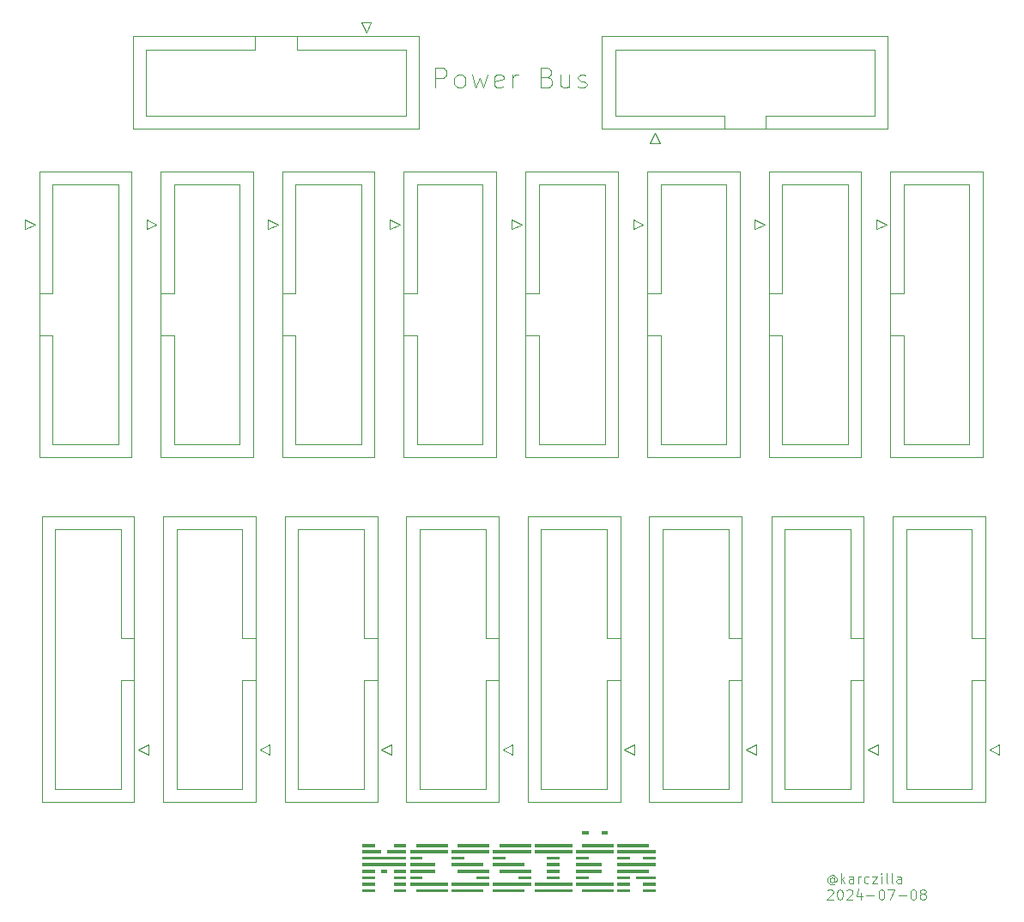
<source format=gbr>
%TF.GenerationSoftware,KiCad,Pcbnew,8.0.3*%
%TF.CreationDate,2024-07-08T20:03:56-04:00*%
%TF.ProjectId,eurorack-power-bus,6575726f-7261-4636-9b2d-706f7765722d,rev?*%
%TF.SameCoordinates,Original*%
%TF.FileFunction,Legend,Top*%
%TF.FilePolarity,Positive*%
%FSLAX46Y46*%
G04 Gerber Fmt 4.6, Leading zero omitted, Abs format (unit mm)*
G04 Created by KiCad (PCBNEW 8.0.3) date 2024-07-08 20:03:56*
%MOMM*%
%LPD*%
G01*
G04 APERTURE LIST*
%ADD10C,0.100000*%
%ADD11C,0.120000*%
G04 APERTURE END LIST*
D10*
X170922931Y-148286284D02*
X170875312Y-148238665D01*
X170875312Y-148238665D02*
X170780074Y-148191046D01*
X170780074Y-148191046D02*
X170684836Y-148191046D01*
X170684836Y-148191046D02*
X170589598Y-148238665D01*
X170589598Y-148238665D02*
X170541979Y-148286284D01*
X170541979Y-148286284D02*
X170494360Y-148381522D01*
X170494360Y-148381522D02*
X170494360Y-148476760D01*
X170494360Y-148476760D02*
X170541979Y-148571998D01*
X170541979Y-148571998D02*
X170589598Y-148619617D01*
X170589598Y-148619617D02*
X170684836Y-148667236D01*
X170684836Y-148667236D02*
X170780074Y-148667236D01*
X170780074Y-148667236D02*
X170875312Y-148619617D01*
X170875312Y-148619617D02*
X170922931Y-148571998D01*
X170922931Y-148191046D02*
X170922931Y-148571998D01*
X170922931Y-148571998D02*
X170970550Y-148619617D01*
X170970550Y-148619617D02*
X171018169Y-148619617D01*
X171018169Y-148619617D02*
X171113408Y-148571998D01*
X171113408Y-148571998D02*
X171161027Y-148476760D01*
X171161027Y-148476760D02*
X171161027Y-148238665D01*
X171161027Y-148238665D02*
X171065789Y-148095808D01*
X171065789Y-148095808D02*
X170922931Y-148000570D01*
X170922931Y-148000570D02*
X170732455Y-147952951D01*
X170732455Y-147952951D02*
X170541979Y-148000570D01*
X170541979Y-148000570D02*
X170399122Y-148095808D01*
X170399122Y-148095808D02*
X170303884Y-148238665D01*
X170303884Y-148238665D02*
X170256265Y-148429141D01*
X170256265Y-148429141D02*
X170303884Y-148619617D01*
X170303884Y-148619617D02*
X170399122Y-148762475D01*
X170399122Y-148762475D02*
X170541979Y-148857713D01*
X170541979Y-148857713D02*
X170732455Y-148905332D01*
X170732455Y-148905332D02*
X170922931Y-148857713D01*
X170922931Y-148857713D02*
X171065789Y-148762475D01*
X171589598Y-148762475D02*
X171589598Y-147762475D01*
X171684836Y-148381522D02*
X171970550Y-148762475D01*
X171970550Y-148095808D02*
X171589598Y-148476760D01*
X172827693Y-148762475D02*
X172827693Y-148238665D01*
X172827693Y-148238665D02*
X172780074Y-148143427D01*
X172780074Y-148143427D02*
X172684836Y-148095808D01*
X172684836Y-148095808D02*
X172494360Y-148095808D01*
X172494360Y-148095808D02*
X172399122Y-148143427D01*
X172827693Y-148714856D02*
X172732455Y-148762475D01*
X172732455Y-148762475D02*
X172494360Y-148762475D01*
X172494360Y-148762475D02*
X172399122Y-148714856D01*
X172399122Y-148714856D02*
X172351503Y-148619617D01*
X172351503Y-148619617D02*
X172351503Y-148524379D01*
X172351503Y-148524379D02*
X172399122Y-148429141D01*
X172399122Y-148429141D02*
X172494360Y-148381522D01*
X172494360Y-148381522D02*
X172732455Y-148381522D01*
X172732455Y-148381522D02*
X172827693Y-148333903D01*
X173303884Y-148762475D02*
X173303884Y-148095808D01*
X173303884Y-148286284D02*
X173351503Y-148191046D01*
X173351503Y-148191046D02*
X173399122Y-148143427D01*
X173399122Y-148143427D02*
X173494360Y-148095808D01*
X173494360Y-148095808D02*
X173589598Y-148095808D01*
X174351503Y-148714856D02*
X174256265Y-148762475D01*
X174256265Y-148762475D02*
X174065789Y-148762475D01*
X174065789Y-148762475D02*
X173970551Y-148714856D01*
X173970551Y-148714856D02*
X173922932Y-148667236D01*
X173922932Y-148667236D02*
X173875313Y-148571998D01*
X173875313Y-148571998D02*
X173875313Y-148286284D01*
X173875313Y-148286284D02*
X173922932Y-148191046D01*
X173922932Y-148191046D02*
X173970551Y-148143427D01*
X173970551Y-148143427D02*
X174065789Y-148095808D01*
X174065789Y-148095808D02*
X174256265Y-148095808D01*
X174256265Y-148095808D02*
X174351503Y-148143427D01*
X174684837Y-148095808D02*
X175208646Y-148095808D01*
X175208646Y-148095808D02*
X174684837Y-148762475D01*
X174684837Y-148762475D02*
X175208646Y-148762475D01*
X175589599Y-148762475D02*
X175589599Y-148095808D01*
X175589599Y-147762475D02*
X175541980Y-147810094D01*
X175541980Y-147810094D02*
X175589599Y-147857713D01*
X175589599Y-147857713D02*
X175637218Y-147810094D01*
X175637218Y-147810094D02*
X175589599Y-147762475D01*
X175589599Y-147762475D02*
X175589599Y-147857713D01*
X176208646Y-148762475D02*
X176113408Y-148714856D01*
X176113408Y-148714856D02*
X176065789Y-148619617D01*
X176065789Y-148619617D02*
X176065789Y-147762475D01*
X176732456Y-148762475D02*
X176637218Y-148714856D01*
X176637218Y-148714856D02*
X176589599Y-148619617D01*
X176589599Y-148619617D02*
X176589599Y-147762475D01*
X177541980Y-148762475D02*
X177541980Y-148238665D01*
X177541980Y-148238665D02*
X177494361Y-148143427D01*
X177494361Y-148143427D02*
X177399123Y-148095808D01*
X177399123Y-148095808D02*
X177208647Y-148095808D01*
X177208647Y-148095808D02*
X177113409Y-148143427D01*
X177541980Y-148714856D02*
X177446742Y-148762475D01*
X177446742Y-148762475D02*
X177208647Y-148762475D01*
X177208647Y-148762475D02*
X177113409Y-148714856D01*
X177113409Y-148714856D02*
X177065790Y-148619617D01*
X177065790Y-148619617D02*
X177065790Y-148524379D01*
X177065790Y-148524379D02*
X177113409Y-148429141D01*
X177113409Y-148429141D02*
X177208647Y-148381522D01*
X177208647Y-148381522D02*
X177446742Y-148381522D01*
X177446742Y-148381522D02*
X177541980Y-148333903D01*
X170256265Y-149467657D02*
X170303884Y-149420038D01*
X170303884Y-149420038D02*
X170399122Y-149372419D01*
X170399122Y-149372419D02*
X170637217Y-149372419D01*
X170637217Y-149372419D02*
X170732455Y-149420038D01*
X170732455Y-149420038D02*
X170780074Y-149467657D01*
X170780074Y-149467657D02*
X170827693Y-149562895D01*
X170827693Y-149562895D02*
X170827693Y-149658133D01*
X170827693Y-149658133D02*
X170780074Y-149800990D01*
X170780074Y-149800990D02*
X170208646Y-150372419D01*
X170208646Y-150372419D02*
X170827693Y-150372419D01*
X171446741Y-149372419D02*
X171541979Y-149372419D01*
X171541979Y-149372419D02*
X171637217Y-149420038D01*
X171637217Y-149420038D02*
X171684836Y-149467657D01*
X171684836Y-149467657D02*
X171732455Y-149562895D01*
X171732455Y-149562895D02*
X171780074Y-149753371D01*
X171780074Y-149753371D02*
X171780074Y-149991466D01*
X171780074Y-149991466D02*
X171732455Y-150181942D01*
X171732455Y-150181942D02*
X171684836Y-150277180D01*
X171684836Y-150277180D02*
X171637217Y-150324800D01*
X171637217Y-150324800D02*
X171541979Y-150372419D01*
X171541979Y-150372419D02*
X171446741Y-150372419D01*
X171446741Y-150372419D02*
X171351503Y-150324800D01*
X171351503Y-150324800D02*
X171303884Y-150277180D01*
X171303884Y-150277180D02*
X171256265Y-150181942D01*
X171256265Y-150181942D02*
X171208646Y-149991466D01*
X171208646Y-149991466D02*
X171208646Y-149753371D01*
X171208646Y-149753371D02*
X171256265Y-149562895D01*
X171256265Y-149562895D02*
X171303884Y-149467657D01*
X171303884Y-149467657D02*
X171351503Y-149420038D01*
X171351503Y-149420038D02*
X171446741Y-149372419D01*
X172161027Y-149467657D02*
X172208646Y-149420038D01*
X172208646Y-149420038D02*
X172303884Y-149372419D01*
X172303884Y-149372419D02*
X172541979Y-149372419D01*
X172541979Y-149372419D02*
X172637217Y-149420038D01*
X172637217Y-149420038D02*
X172684836Y-149467657D01*
X172684836Y-149467657D02*
X172732455Y-149562895D01*
X172732455Y-149562895D02*
X172732455Y-149658133D01*
X172732455Y-149658133D02*
X172684836Y-149800990D01*
X172684836Y-149800990D02*
X172113408Y-150372419D01*
X172113408Y-150372419D02*
X172732455Y-150372419D01*
X173589598Y-149705752D02*
X173589598Y-150372419D01*
X173351503Y-149324800D02*
X173113408Y-150039085D01*
X173113408Y-150039085D02*
X173732455Y-150039085D01*
X174113408Y-149991466D02*
X174875313Y-149991466D01*
X175541979Y-149372419D02*
X175637217Y-149372419D01*
X175637217Y-149372419D02*
X175732455Y-149420038D01*
X175732455Y-149420038D02*
X175780074Y-149467657D01*
X175780074Y-149467657D02*
X175827693Y-149562895D01*
X175827693Y-149562895D02*
X175875312Y-149753371D01*
X175875312Y-149753371D02*
X175875312Y-149991466D01*
X175875312Y-149991466D02*
X175827693Y-150181942D01*
X175827693Y-150181942D02*
X175780074Y-150277180D01*
X175780074Y-150277180D02*
X175732455Y-150324800D01*
X175732455Y-150324800D02*
X175637217Y-150372419D01*
X175637217Y-150372419D02*
X175541979Y-150372419D01*
X175541979Y-150372419D02*
X175446741Y-150324800D01*
X175446741Y-150324800D02*
X175399122Y-150277180D01*
X175399122Y-150277180D02*
X175351503Y-150181942D01*
X175351503Y-150181942D02*
X175303884Y-149991466D01*
X175303884Y-149991466D02*
X175303884Y-149753371D01*
X175303884Y-149753371D02*
X175351503Y-149562895D01*
X175351503Y-149562895D02*
X175399122Y-149467657D01*
X175399122Y-149467657D02*
X175446741Y-149420038D01*
X175446741Y-149420038D02*
X175541979Y-149372419D01*
X176208646Y-149372419D02*
X176875312Y-149372419D01*
X176875312Y-149372419D02*
X176446741Y-150372419D01*
X177256265Y-149991466D02*
X178018170Y-149991466D01*
X178684836Y-149372419D02*
X178780074Y-149372419D01*
X178780074Y-149372419D02*
X178875312Y-149420038D01*
X178875312Y-149420038D02*
X178922931Y-149467657D01*
X178922931Y-149467657D02*
X178970550Y-149562895D01*
X178970550Y-149562895D02*
X179018169Y-149753371D01*
X179018169Y-149753371D02*
X179018169Y-149991466D01*
X179018169Y-149991466D02*
X178970550Y-150181942D01*
X178970550Y-150181942D02*
X178922931Y-150277180D01*
X178922931Y-150277180D02*
X178875312Y-150324800D01*
X178875312Y-150324800D02*
X178780074Y-150372419D01*
X178780074Y-150372419D02*
X178684836Y-150372419D01*
X178684836Y-150372419D02*
X178589598Y-150324800D01*
X178589598Y-150324800D02*
X178541979Y-150277180D01*
X178541979Y-150277180D02*
X178494360Y-150181942D01*
X178494360Y-150181942D02*
X178446741Y-149991466D01*
X178446741Y-149991466D02*
X178446741Y-149753371D01*
X178446741Y-149753371D02*
X178494360Y-149562895D01*
X178494360Y-149562895D02*
X178541979Y-149467657D01*
X178541979Y-149467657D02*
X178589598Y-149420038D01*
X178589598Y-149420038D02*
X178684836Y-149372419D01*
X179589598Y-149800990D02*
X179494360Y-149753371D01*
X179494360Y-149753371D02*
X179446741Y-149705752D01*
X179446741Y-149705752D02*
X179399122Y-149610514D01*
X179399122Y-149610514D02*
X179399122Y-149562895D01*
X179399122Y-149562895D02*
X179446741Y-149467657D01*
X179446741Y-149467657D02*
X179494360Y-149420038D01*
X179494360Y-149420038D02*
X179589598Y-149372419D01*
X179589598Y-149372419D02*
X179780074Y-149372419D01*
X179780074Y-149372419D02*
X179875312Y-149420038D01*
X179875312Y-149420038D02*
X179922931Y-149467657D01*
X179922931Y-149467657D02*
X179970550Y-149562895D01*
X179970550Y-149562895D02*
X179970550Y-149610514D01*
X179970550Y-149610514D02*
X179922931Y-149705752D01*
X179922931Y-149705752D02*
X179875312Y-149753371D01*
X179875312Y-149753371D02*
X179780074Y-149800990D01*
X179780074Y-149800990D02*
X179589598Y-149800990D01*
X179589598Y-149800990D02*
X179494360Y-149848609D01*
X179494360Y-149848609D02*
X179446741Y-149896228D01*
X179446741Y-149896228D02*
X179399122Y-149991466D01*
X179399122Y-149991466D02*
X179399122Y-150181942D01*
X179399122Y-150181942D02*
X179446741Y-150277180D01*
X179446741Y-150277180D02*
X179494360Y-150324800D01*
X179494360Y-150324800D02*
X179589598Y-150372419D01*
X179589598Y-150372419D02*
X179780074Y-150372419D01*
X179780074Y-150372419D02*
X179875312Y-150324800D01*
X179875312Y-150324800D02*
X179922931Y-150277180D01*
X179922931Y-150277180D02*
X179970550Y-150181942D01*
X179970550Y-150181942D02*
X179970550Y-149991466D01*
X179970550Y-149991466D02*
X179922931Y-149896228D01*
X179922931Y-149896228D02*
X179875312Y-149848609D01*
X179875312Y-149848609D02*
X179780074Y-149800990D01*
G36*
X124357642Y-147075680D02*
G01*
X128734473Y-147075680D01*
X128734473Y-146758164D01*
X124357642Y-146758164D01*
X124357642Y-147075680D01*
G37*
G36*
X124357642Y-146450418D02*
G01*
X128734473Y-146450418D01*
X128734473Y-146132903D01*
X124357642Y-146132903D01*
X124357642Y-146450418D01*
G37*
G36*
X126858688Y-145825157D02*
G01*
X128734473Y-145825157D01*
X128734473Y-145507641D01*
X126858688Y-145507641D01*
X126858688Y-145825157D01*
G37*
G36*
X124357642Y-145825157D02*
G01*
X126233427Y-145825157D01*
X126233427Y-145507641D01*
X124357642Y-145507641D01*
X124357642Y-145825157D01*
G37*
G36*
X124357642Y-149650000D02*
G01*
X125617935Y-149650000D01*
X125617935Y-149332484D01*
X124357642Y-149332484D01*
X124357642Y-149650000D01*
G37*
G36*
X124357642Y-145199895D02*
G01*
X125617935Y-145199895D01*
X125617935Y-144882379D01*
X124357642Y-144882379D01*
X124357642Y-145199895D01*
G37*
G36*
X124357642Y-147774214D02*
G01*
X125617935Y-147774214D01*
X125617935Y-147456699D01*
X124357642Y-147456699D01*
X124357642Y-147774214D01*
G37*
G36*
X127474180Y-145199895D02*
G01*
X128734473Y-145199895D01*
X128734473Y-144882379D01*
X127474180Y-144882379D01*
X127474180Y-145199895D01*
G37*
G36*
X124357642Y-149024738D02*
G01*
X125617935Y-149024738D01*
X125617935Y-148707222D01*
X124357642Y-148707222D01*
X124357642Y-149024738D01*
G37*
G36*
X124357642Y-148399476D02*
G01*
X125617935Y-148399476D01*
X125617935Y-148081960D01*
X124357642Y-148081960D01*
X124357642Y-148399476D01*
G37*
G36*
X127474180Y-149650000D02*
G01*
X128734473Y-149650000D01*
X128734473Y-149332484D01*
X127474180Y-149332484D01*
X127474180Y-149650000D01*
G37*
G36*
X127474180Y-148399476D02*
G01*
X128734473Y-148399476D01*
X128734473Y-148081960D01*
X127474180Y-148081960D01*
X127474180Y-148399476D01*
G37*
G36*
X127474180Y-147774214D02*
G01*
X128734473Y-147774214D01*
X128734473Y-147456699D01*
X127474180Y-147456699D01*
X127474180Y-147774214D01*
G37*
G36*
X127474180Y-149024738D02*
G01*
X128734473Y-149024738D01*
X128734473Y-148707222D01*
X127474180Y-148707222D01*
X127474180Y-149024738D01*
G37*
G36*
X126233427Y-147774214D02*
G01*
X126858688Y-147774214D01*
X126858688Y-147456699D01*
X126233427Y-147456699D01*
X126233427Y-147774214D01*
G37*
G36*
X129081298Y-149024738D02*
G01*
X132832868Y-149024738D01*
X132832868Y-148707222D01*
X129081298Y-148707222D01*
X129081298Y-149024738D01*
G37*
G36*
X129081298Y-145825157D02*
G01*
X132832868Y-145825157D01*
X132832868Y-145507641D01*
X129081298Y-145507641D01*
X129081298Y-145825157D01*
G37*
G36*
X129706560Y-145199895D02*
G01*
X132832868Y-145199895D01*
X132832868Y-144882379D01*
X129706560Y-144882379D01*
X129706560Y-145199895D01*
G37*
G36*
X129706560Y-149650000D02*
G01*
X132832868Y-149650000D01*
X132832868Y-149332484D01*
X129706560Y-149332484D01*
X129706560Y-149650000D01*
G37*
G36*
X129081298Y-147075680D02*
G01*
X131582345Y-147075680D01*
X131582345Y-146758164D01*
X129081298Y-146758164D01*
X129081298Y-147075680D01*
G37*
G36*
X129081298Y-147774214D02*
G01*
X131582345Y-147774214D01*
X131582345Y-147456699D01*
X129081298Y-147456699D01*
X129081298Y-147774214D01*
G37*
G36*
X129081298Y-146450418D02*
G01*
X130341591Y-146450418D01*
X130341591Y-146132903D01*
X129081298Y-146132903D01*
X129081298Y-146450418D01*
G37*
G36*
X129081298Y-148399476D02*
G01*
X130341591Y-148399476D01*
X130341591Y-148081960D01*
X129081298Y-148081960D01*
X129081298Y-148399476D01*
G37*
G36*
X133174808Y-149024738D02*
G01*
X136926378Y-149024738D01*
X136926378Y-148707222D01*
X133174808Y-148707222D01*
X133174808Y-149024738D01*
G37*
G36*
X133174808Y-145825157D02*
G01*
X136926378Y-145825157D01*
X136926378Y-145507641D01*
X133174808Y-145507641D01*
X133174808Y-145825157D01*
G37*
G36*
X133800070Y-147774214D02*
G01*
X136926378Y-147774214D01*
X136926378Y-147456699D01*
X133800070Y-147456699D01*
X133800070Y-147774214D01*
G37*
G36*
X133800070Y-145199895D02*
G01*
X136926378Y-145199895D01*
X136926378Y-144882379D01*
X133800070Y-144882379D01*
X133800070Y-145199895D01*
G37*
G36*
X133174808Y-147075680D02*
G01*
X136301117Y-147075680D01*
X136301117Y-146758164D01*
X133174808Y-146758164D01*
X133174808Y-147075680D01*
G37*
G36*
X133174808Y-149650000D02*
G01*
X136301117Y-149650000D01*
X136301117Y-149332484D01*
X133174808Y-149332484D01*
X133174808Y-149650000D01*
G37*
G36*
X133174808Y-146450418D02*
G01*
X134435101Y-146450418D01*
X134435101Y-146132903D01*
X133174808Y-146132903D01*
X133174808Y-146450418D01*
G37*
G36*
X135666085Y-148399476D02*
G01*
X136926378Y-148399476D01*
X136926378Y-148081960D01*
X135666085Y-148081960D01*
X135666085Y-148399476D01*
G37*
G36*
X137268318Y-149024738D02*
G01*
X141019889Y-149024738D01*
X141019889Y-148707222D01*
X137268318Y-148707222D01*
X137268318Y-149024738D01*
G37*
G36*
X137268318Y-145825157D02*
G01*
X141019889Y-145825157D01*
X141019889Y-145507641D01*
X137268318Y-145507641D01*
X137268318Y-145825157D01*
G37*
G36*
X137893580Y-147774214D02*
G01*
X141019889Y-147774214D01*
X141019889Y-147456699D01*
X137893580Y-147456699D01*
X137893580Y-147774214D01*
G37*
G36*
X137893580Y-145199895D02*
G01*
X141019889Y-145199895D01*
X141019889Y-144882379D01*
X137893580Y-144882379D01*
X137893580Y-145199895D01*
G37*
G36*
X137268318Y-147075680D02*
G01*
X140394627Y-147075680D01*
X140394627Y-146758164D01*
X137268318Y-146758164D01*
X137268318Y-147075680D01*
G37*
G36*
X137268318Y-149650000D02*
G01*
X140394627Y-149650000D01*
X140394627Y-149332484D01*
X137268318Y-149332484D01*
X137268318Y-149650000D01*
G37*
G36*
X137268318Y-146450418D02*
G01*
X138528611Y-146450418D01*
X138528611Y-146132903D01*
X137268318Y-146132903D01*
X137268318Y-146450418D01*
G37*
G36*
X139759595Y-148399476D02*
G01*
X141019889Y-148399476D01*
X141019889Y-148081960D01*
X139759595Y-148081960D01*
X139759595Y-148399476D01*
G37*
G36*
X141361829Y-149650000D02*
G01*
X145113399Y-149650000D01*
X145113399Y-149332484D01*
X141361829Y-149332484D01*
X141361829Y-149650000D01*
G37*
G36*
X141361829Y-149024738D02*
G01*
X145113399Y-149024738D01*
X145113399Y-148707222D01*
X141361829Y-148707222D01*
X141361829Y-149024738D01*
G37*
G36*
X141361829Y-145825157D02*
G01*
X145113399Y-145825157D01*
X145113399Y-145507641D01*
X141361829Y-145507641D01*
X141361829Y-145825157D01*
G37*
G36*
X141361829Y-145199895D02*
G01*
X145113399Y-145199895D01*
X145113399Y-144882379D01*
X141361829Y-144882379D01*
X141361829Y-145199895D01*
G37*
G36*
X142612352Y-147075680D02*
G01*
X143872645Y-147075680D01*
X143872645Y-146758164D01*
X142612352Y-146758164D01*
X142612352Y-147075680D01*
G37*
G36*
X142612352Y-148399476D02*
G01*
X143872645Y-148399476D01*
X143872645Y-148081960D01*
X142612352Y-148081960D01*
X142612352Y-148399476D01*
G37*
G36*
X142612352Y-147774214D02*
G01*
X143872645Y-147774214D01*
X143872645Y-147456699D01*
X142612352Y-147456699D01*
X142612352Y-147774214D01*
G37*
G36*
X142612352Y-146450418D02*
G01*
X143872645Y-146450418D01*
X143872645Y-146132903D01*
X142612352Y-146132903D01*
X142612352Y-146450418D01*
G37*
G36*
X145455339Y-149024738D02*
G01*
X149206909Y-149024738D01*
X149206909Y-148707222D01*
X145455339Y-148707222D01*
X145455339Y-149024738D01*
G37*
G36*
X145455339Y-145825157D02*
G01*
X149206909Y-145825157D01*
X149206909Y-145507641D01*
X145455339Y-145507641D01*
X145455339Y-145825157D01*
G37*
G36*
X146080600Y-145199895D02*
G01*
X149206909Y-145199895D01*
X149206909Y-144882379D01*
X146080600Y-144882379D01*
X146080600Y-145199895D01*
G37*
G36*
X146080600Y-149650000D02*
G01*
X149206909Y-149650000D01*
X149206909Y-149332484D01*
X146080600Y-149332484D01*
X146080600Y-149650000D01*
G37*
G36*
X145455339Y-147774214D02*
G01*
X147956385Y-147774214D01*
X147956385Y-147456699D01*
X145455339Y-147456699D01*
X145455339Y-147774214D01*
G37*
G36*
X145455339Y-147075680D02*
G01*
X147956385Y-147075680D01*
X147956385Y-146758164D01*
X145455339Y-146758164D01*
X145455339Y-147075680D01*
G37*
G36*
X145455339Y-148399476D02*
G01*
X146705862Y-148399476D01*
X146705862Y-148081960D01*
X145455339Y-148081960D01*
X145455339Y-148399476D01*
G37*
G36*
X145455339Y-146450418D02*
G01*
X146705862Y-146450418D01*
X146705862Y-146132903D01*
X145455339Y-146132903D01*
X145455339Y-146450418D01*
G37*
G36*
X147956385Y-143944487D02*
G01*
X148581647Y-143944487D01*
X148581647Y-143626971D01*
X147956385Y-143626971D01*
X147956385Y-143944487D01*
G37*
G36*
X146080600Y-143944487D02*
G01*
X146705862Y-143944487D01*
X146705862Y-143626971D01*
X146080600Y-143626971D01*
X146080600Y-143944487D01*
G37*
G36*
X149548849Y-147075680D02*
G01*
X153300419Y-147075680D01*
X153300419Y-146758164D01*
X149548849Y-146758164D01*
X149548849Y-147075680D01*
G37*
G36*
X149548849Y-145825157D02*
G01*
X153300419Y-145825157D01*
X153300419Y-145507641D01*
X149548849Y-145507641D01*
X149548849Y-145825157D01*
G37*
G36*
X149548849Y-145199895D02*
G01*
X152675157Y-145199895D01*
X152675157Y-144882379D01*
X149548849Y-144882379D01*
X149548849Y-145199895D01*
G37*
G36*
X149548849Y-147774214D02*
G01*
X152675157Y-147774214D01*
X152675157Y-147456699D01*
X149548849Y-147456699D01*
X149548849Y-147774214D01*
G37*
G36*
X151424634Y-148399476D02*
G01*
X153300419Y-148399476D01*
X153300419Y-148081960D01*
X151424634Y-148081960D01*
X151424634Y-148399476D01*
G37*
G36*
X152040126Y-146450418D02*
G01*
X153300419Y-146450418D01*
X153300419Y-146132903D01*
X152040126Y-146132903D01*
X152040126Y-146450418D01*
G37*
G36*
X149548849Y-149650000D02*
G01*
X150809142Y-149650000D01*
X150809142Y-149332484D01*
X149548849Y-149332484D01*
X149548849Y-149650000D01*
G37*
G36*
X152040126Y-149024738D02*
G01*
X153300419Y-149024738D01*
X153300419Y-148707222D01*
X152040126Y-148707222D01*
X152040126Y-149024738D01*
G37*
G36*
X149548849Y-146450418D02*
G01*
X150809142Y-146450418D01*
X150809142Y-146132903D01*
X149548849Y-146132903D01*
X149548849Y-146450418D01*
G37*
G36*
X149548849Y-148399476D02*
G01*
X150809142Y-148399476D01*
X150809142Y-148081960D01*
X149548849Y-148081960D01*
X149548849Y-148399476D01*
G37*
G36*
X152040126Y-149650000D02*
G01*
X153300419Y-149650000D01*
X153300419Y-149332484D01*
X152040126Y-149332484D01*
X152040126Y-149650000D01*
G37*
G36*
X149548849Y-149024738D02*
G01*
X150809142Y-149024738D01*
X150809142Y-148707222D01*
X149548849Y-148707222D01*
X149548849Y-149024738D01*
G37*
X131571428Y-70250038D02*
X131571428Y-68250038D01*
X131571428Y-68250038D02*
X132333333Y-68250038D01*
X132333333Y-68250038D02*
X132523809Y-68345276D01*
X132523809Y-68345276D02*
X132619047Y-68440514D01*
X132619047Y-68440514D02*
X132714285Y-68630990D01*
X132714285Y-68630990D02*
X132714285Y-68916704D01*
X132714285Y-68916704D02*
X132619047Y-69107180D01*
X132619047Y-69107180D02*
X132523809Y-69202419D01*
X132523809Y-69202419D02*
X132333333Y-69297657D01*
X132333333Y-69297657D02*
X131571428Y-69297657D01*
X133857142Y-70250038D02*
X133666666Y-70154800D01*
X133666666Y-70154800D02*
X133571428Y-70059561D01*
X133571428Y-70059561D02*
X133476190Y-69869085D01*
X133476190Y-69869085D02*
X133476190Y-69297657D01*
X133476190Y-69297657D02*
X133571428Y-69107180D01*
X133571428Y-69107180D02*
X133666666Y-69011942D01*
X133666666Y-69011942D02*
X133857142Y-68916704D01*
X133857142Y-68916704D02*
X134142857Y-68916704D01*
X134142857Y-68916704D02*
X134333333Y-69011942D01*
X134333333Y-69011942D02*
X134428571Y-69107180D01*
X134428571Y-69107180D02*
X134523809Y-69297657D01*
X134523809Y-69297657D02*
X134523809Y-69869085D01*
X134523809Y-69869085D02*
X134428571Y-70059561D01*
X134428571Y-70059561D02*
X134333333Y-70154800D01*
X134333333Y-70154800D02*
X134142857Y-70250038D01*
X134142857Y-70250038D02*
X133857142Y-70250038D01*
X135190476Y-68916704D02*
X135571428Y-70250038D01*
X135571428Y-70250038D02*
X135952381Y-69297657D01*
X135952381Y-69297657D02*
X136333333Y-70250038D01*
X136333333Y-70250038D02*
X136714285Y-68916704D01*
X138238095Y-70154800D02*
X138047619Y-70250038D01*
X138047619Y-70250038D02*
X137666666Y-70250038D01*
X137666666Y-70250038D02*
X137476190Y-70154800D01*
X137476190Y-70154800D02*
X137380952Y-69964323D01*
X137380952Y-69964323D02*
X137380952Y-69202419D01*
X137380952Y-69202419D02*
X137476190Y-69011942D01*
X137476190Y-69011942D02*
X137666666Y-68916704D01*
X137666666Y-68916704D02*
X138047619Y-68916704D01*
X138047619Y-68916704D02*
X138238095Y-69011942D01*
X138238095Y-69011942D02*
X138333333Y-69202419D01*
X138333333Y-69202419D02*
X138333333Y-69392895D01*
X138333333Y-69392895D02*
X137380952Y-69583371D01*
X139190476Y-70250038D02*
X139190476Y-68916704D01*
X139190476Y-69297657D02*
X139285714Y-69107180D01*
X139285714Y-69107180D02*
X139380952Y-69011942D01*
X139380952Y-69011942D02*
X139571428Y-68916704D01*
X139571428Y-68916704D02*
X139761905Y-68916704D01*
X142619048Y-69202419D02*
X142904762Y-69297657D01*
X142904762Y-69297657D02*
X143000000Y-69392895D01*
X143000000Y-69392895D02*
X143095238Y-69583371D01*
X143095238Y-69583371D02*
X143095238Y-69869085D01*
X143095238Y-69869085D02*
X143000000Y-70059561D01*
X143000000Y-70059561D02*
X142904762Y-70154800D01*
X142904762Y-70154800D02*
X142714286Y-70250038D01*
X142714286Y-70250038D02*
X141952381Y-70250038D01*
X141952381Y-70250038D02*
X141952381Y-68250038D01*
X141952381Y-68250038D02*
X142619048Y-68250038D01*
X142619048Y-68250038D02*
X142809524Y-68345276D01*
X142809524Y-68345276D02*
X142904762Y-68440514D01*
X142904762Y-68440514D02*
X143000000Y-68630990D01*
X143000000Y-68630990D02*
X143000000Y-68821466D01*
X143000000Y-68821466D02*
X142904762Y-69011942D01*
X142904762Y-69011942D02*
X142809524Y-69107180D01*
X142809524Y-69107180D02*
X142619048Y-69202419D01*
X142619048Y-69202419D02*
X141952381Y-69202419D01*
X144809524Y-68916704D02*
X144809524Y-70250038D01*
X143952381Y-68916704D02*
X143952381Y-69964323D01*
X143952381Y-69964323D02*
X144047619Y-70154800D01*
X144047619Y-70154800D02*
X144238095Y-70250038D01*
X144238095Y-70250038D02*
X144523810Y-70250038D01*
X144523810Y-70250038D02*
X144714286Y-70154800D01*
X144714286Y-70154800D02*
X144809524Y-70059561D01*
X145666667Y-70154800D02*
X145857143Y-70250038D01*
X145857143Y-70250038D02*
X146238095Y-70250038D01*
X146238095Y-70250038D02*
X146428572Y-70154800D01*
X146428572Y-70154800D02*
X146523810Y-69964323D01*
X146523810Y-69964323D02*
X146523810Y-69869085D01*
X146523810Y-69869085D02*
X146428572Y-69678609D01*
X146428572Y-69678609D02*
X146238095Y-69583371D01*
X146238095Y-69583371D02*
X145952381Y-69583371D01*
X145952381Y-69583371D02*
X145761905Y-69488133D01*
X145761905Y-69488133D02*
X145666667Y-69297657D01*
X145666667Y-69297657D02*
X145666667Y-69202419D01*
X145666667Y-69202419D02*
X145761905Y-69011942D01*
X145761905Y-69011942D02*
X145952381Y-68916704D01*
X145952381Y-68916704D02*
X146238095Y-68916704D01*
X146238095Y-68916704D02*
X146428572Y-69011942D01*
D11*
%TO.C,J10*%
X175067500Y-83220000D02*
X175067500Y-84220000D01*
X175067500Y-84220000D02*
X176067500Y-83720000D01*
X176067500Y-83720000D02*
X175067500Y-83220000D01*
X176457500Y-78510000D02*
X185577500Y-78510000D01*
X176457500Y-90560000D02*
X177767500Y-90560000D01*
X176457500Y-106710000D02*
X176457500Y-78510000D01*
X177767500Y-79810000D02*
X184267500Y-79810000D01*
X177767500Y-90560000D02*
X177767500Y-79810000D01*
X177767500Y-94660000D02*
X176457500Y-94660000D01*
X177767500Y-94660000D02*
X177767500Y-94660000D01*
X177767500Y-105410000D02*
X177767500Y-94660000D01*
X184267500Y-79810000D02*
X184267500Y-105410000D01*
X184267500Y-105410000D02*
X177767500Y-105410000D01*
X185577500Y-78510000D02*
X185577500Y-106710000D01*
X185577500Y-106710000D02*
X176457500Y-106710000D01*
%TO.C,J18*%
X103277500Y-136040000D02*
X103277500Y-135040000D01*
X103277500Y-135040000D02*
X102277500Y-135540000D01*
X102277500Y-135540000D02*
X103277500Y-136040000D01*
X101887500Y-140750000D02*
X92767500Y-140750000D01*
X101887500Y-128700000D02*
X100577500Y-128700000D01*
X101887500Y-112550000D02*
X101887500Y-140750000D01*
X100577500Y-139450000D02*
X94077500Y-139450000D01*
X100577500Y-128700000D02*
X100577500Y-139450000D01*
X100577500Y-124600000D02*
X101887500Y-124600000D01*
X100577500Y-124600000D02*
X100577500Y-124600000D01*
X100577500Y-113850000D02*
X100577500Y-124600000D01*
X94077500Y-139450000D02*
X94077500Y-113850000D01*
X94077500Y-113850000D02*
X100577500Y-113850000D01*
X92767500Y-140750000D02*
X92767500Y-112550000D01*
X92767500Y-112550000D02*
X101887500Y-112550000D01*
%TO.C,J5*%
X115082500Y-83220000D02*
X115082500Y-84220000D01*
X115082500Y-84220000D02*
X116082500Y-83720000D01*
X116082500Y-83720000D02*
X115082500Y-83220000D01*
X116472500Y-78510000D02*
X125592500Y-78510000D01*
X116472500Y-90560000D02*
X117782500Y-90560000D01*
X116472500Y-106710000D02*
X116472500Y-78510000D01*
X117782500Y-79810000D02*
X124282500Y-79810000D01*
X117782500Y-90560000D02*
X117782500Y-79810000D01*
X117782500Y-94660000D02*
X116472500Y-94660000D01*
X117782500Y-94660000D02*
X117782500Y-94660000D01*
X117782500Y-105410000D02*
X117782500Y-94660000D01*
X124282500Y-79810000D02*
X124282500Y-105410000D01*
X124282500Y-105410000D02*
X117782500Y-105410000D01*
X125592500Y-78510000D02*
X125592500Y-106710000D01*
X125592500Y-106710000D02*
X116472500Y-106710000D01*
%TO.C,J16*%
X127247500Y-136040000D02*
X127247500Y-135040000D01*
X127247500Y-135040000D02*
X126247500Y-135540000D01*
X126247500Y-135540000D02*
X127247500Y-136040000D01*
X125857500Y-140750000D02*
X116737500Y-140750000D01*
X125857500Y-128700000D02*
X124547500Y-128700000D01*
X125857500Y-112550000D02*
X125857500Y-140750000D01*
X124547500Y-139450000D02*
X118047500Y-139450000D01*
X124547500Y-128700000D02*
X124547500Y-139450000D01*
X124547500Y-124600000D02*
X125857500Y-124600000D01*
X124547500Y-124600000D02*
X124547500Y-124600000D01*
X124547500Y-113850000D02*
X124547500Y-124600000D01*
X118047500Y-139450000D02*
X118047500Y-113850000D01*
X118047500Y-113850000D02*
X124547500Y-113850000D01*
X116737500Y-140750000D02*
X116737500Y-112550000D01*
X116737500Y-112550000D02*
X125857500Y-112550000D01*
%TO.C,J3*%
X91112500Y-83220000D02*
X91112500Y-84220000D01*
X91112500Y-84220000D02*
X92112500Y-83720000D01*
X92112500Y-83720000D02*
X91112500Y-83220000D01*
X92502500Y-78510000D02*
X101622500Y-78510000D01*
X92502500Y-90560000D02*
X93812500Y-90560000D01*
X92502500Y-106710000D02*
X92502500Y-78510000D01*
X93812500Y-79810000D02*
X100312500Y-79810000D01*
X93812500Y-90560000D02*
X93812500Y-79810000D01*
X93812500Y-94660000D02*
X92502500Y-94660000D01*
X93812500Y-94660000D02*
X93812500Y-94660000D01*
X93812500Y-105410000D02*
X93812500Y-94660000D01*
X100312500Y-79810000D02*
X100312500Y-105410000D01*
X100312500Y-105410000D02*
X93812500Y-105410000D01*
X101622500Y-78510000D02*
X101622500Y-106710000D01*
X101622500Y-106710000D02*
X92502500Y-106710000D01*
%TO.C,J15*%
X139232500Y-136040000D02*
X139232500Y-135040000D01*
X139232500Y-135040000D02*
X138232500Y-135540000D01*
X138232500Y-135540000D02*
X139232500Y-136040000D01*
X137842500Y-140750000D02*
X128722500Y-140750000D01*
X137842500Y-128700000D02*
X136532500Y-128700000D01*
X137842500Y-112550000D02*
X137842500Y-140750000D01*
X136532500Y-139450000D02*
X130032500Y-139450000D01*
X136532500Y-128700000D02*
X136532500Y-139450000D01*
X136532500Y-124600000D02*
X137842500Y-124600000D01*
X136532500Y-124600000D02*
X136532500Y-124600000D01*
X136532500Y-113850000D02*
X136532500Y-124600000D01*
X130032500Y-139450000D02*
X130032500Y-113850000D01*
X130032500Y-113850000D02*
X136532500Y-113850000D01*
X128722500Y-140750000D02*
X128722500Y-112550000D01*
X128722500Y-112550000D02*
X137842500Y-112550000D01*
%TO.C,J17*%
X115262500Y-136040000D02*
X115262500Y-135040000D01*
X115262500Y-135040000D02*
X114262500Y-135540000D01*
X114262500Y-135540000D02*
X115262500Y-136040000D01*
X113872500Y-140750000D02*
X104752500Y-140750000D01*
X113872500Y-128700000D02*
X112562500Y-128700000D01*
X113872500Y-112550000D02*
X113872500Y-140750000D01*
X112562500Y-139450000D02*
X106062500Y-139450000D01*
X112562500Y-128700000D02*
X112562500Y-139450000D01*
X112562500Y-124600000D02*
X113872500Y-124600000D01*
X112562500Y-124600000D02*
X112562500Y-124600000D01*
X112562500Y-113850000D02*
X112562500Y-124600000D01*
X106062500Y-139450000D02*
X106062500Y-113850000D01*
X106062500Y-113850000D02*
X112562500Y-113850000D01*
X104752500Y-140750000D02*
X104752500Y-112550000D01*
X104752500Y-112550000D02*
X113872500Y-112550000D01*
%TO.C,J12*%
X175242500Y-136040000D02*
X175242500Y-135040000D01*
X175242500Y-135040000D02*
X174242500Y-135540000D01*
X174242500Y-135540000D02*
X175242500Y-136040000D01*
X173852500Y-140750000D02*
X164732500Y-140750000D01*
X173852500Y-128700000D02*
X172542500Y-128700000D01*
X173852500Y-112550000D02*
X173852500Y-140750000D01*
X172542500Y-139450000D02*
X166042500Y-139450000D01*
X172542500Y-128700000D02*
X172542500Y-139450000D01*
X172542500Y-124600000D02*
X173852500Y-124600000D01*
X172542500Y-124600000D02*
X172542500Y-124600000D01*
X172542500Y-113850000D02*
X172542500Y-124600000D01*
X166042500Y-139450000D02*
X166042500Y-113850000D01*
X166042500Y-113850000D02*
X172542500Y-113850000D01*
X164732500Y-140750000D02*
X164732500Y-112550000D01*
X164732500Y-112550000D02*
X173852500Y-112550000D01*
%TO.C,J6*%
X127067500Y-83220000D02*
X127067500Y-84220000D01*
X127067500Y-84220000D02*
X128067500Y-83720000D01*
X128067500Y-83720000D02*
X127067500Y-83220000D01*
X128457500Y-78510000D02*
X137577500Y-78510000D01*
X128457500Y-90560000D02*
X129767500Y-90560000D01*
X128457500Y-106710000D02*
X128457500Y-78510000D01*
X129767500Y-79810000D02*
X136267500Y-79810000D01*
X129767500Y-90560000D02*
X129767500Y-79810000D01*
X129767500Y-94660000D02*
X128457500Y-94660000D01*
X129767500Y-94660000D02*
X129767500Y-94660000D01*
X129767500Y-105410000D02*
X129767500Y-94660000D01*
X136267500Y-79810000D02*
X136267500Y-105410000D01*
X136267500Y-105410000D02*
X129767500Y-105410000D01*
X137577500Y-78510000D02*
X137577500Y-106710000D01*
X137577500Y-106710000D02*
X128457500Y-106710000D01*
%TO.C,J8*%
X151097500Y-83220000D02*
X151097500Y-84220000D01*
X151097500Y-84220000D02*
X152097500Y-83720000D01*
X152097500Y-83720000D02*
X151097500Y-83220000D01*
X152487500Y-78510000D02*
X161607500Y-78510000D01*
X152487500Y-90560000D02*
X153797500Y-90560000D01*
X152487500Y-106710000D02*
X152487500Y-78510000D01*
X153797500Y-79810000D02*
X160297500Y-79810000D01*
X153797500Y-90560000D02*
X153797500Y-79810000D01*
X153797500Y-94660000D02*
X152487500Y-94660000D01*
X153797500Y-94660000D02*
X153797500Y-94660000D01*
X153797500Y-105410000D02*
X153797500Y-94660000D01*
X160297500Y-79810000D02*
X160297500Y-105410000D01*
X160297500Y-105410000D02*
X153797500Y-105410000D01*
X161607500Y-78510000D02*
X161607500Y-106710000D01*
X161607500Y-106710000D02*
X152487500Y-106710000D01*
%TO.C,J7*%
X139112500Y-83220000D02*
X139112500Y-84220000D01*
X139112500Y-84220000D02*
X140112500Y-83720000D01*
X140112500Y-83720000D02*
X139112500Y-83220000D01*
X140502500Y-78510000D02*
X149622500Y-78510000D01*
X140502500Y-90560000D02*
X141812500Y-90560000D01*
X140502500Y-106710000D02*
X140502500Y-78510000D01*
X141812500Y-79810000D02*
X148312500Y-79810000D01*
X141812500Y-90560000D02*
X141812500Y-79810000D01*
X141812500Y-94660000D02*
X140502500Y-94660000D01*
X141812500Y-94660000D02*
X141812500Y-94660000D01*
X141812500Y-105410000D02*
X141812500Y-94660000D01*
X148312500Y-79810000D02*
X148312500Y-105410000D01*
X148312500Y-105410000D02*
X141812500Y-105410000D01*
X149622500Y-78510000D02*
X149622500Y-106710000D01*
X149622500Y-106710000D02*
X140502500Y-106710000D01*
%TO.C,J14*%
X151217500Y-136040000D02*
X151217500Y-135040000D01*
X151217500Y-135040000D02*
X150217500Y-135540000D01*
X150217500Y-135540000D02*
X151217500Y-136040000D01*
X149827500Y-140750000D02*
X140707500Y-140750000D01*
X149827500Y-128700000D02*
X148517500Y-128700000D01*
X149827500Y-112550000D02*
X149827500Y-140750000D01*
X148517500Y-139450000D02*
X142017500Y-139450000D01*
X148517500Y-128700000D02*
X148517500Y-139450000D01*
X148517500Y-124600000D02*
X149827500Y-124600000D01*
X148517500Y-124600000D02*
X148517500Y-124600000D01*
X148517500Y-113850000D02*
X148517500Y-124600000D01*
X142017500Y-139450000D02*
X142017500Y-113850000D01*
X142017500Y-113850000D02*
X148517500Y-113850000D01*
X140707500Y-140750000D02*
X140707500Y-112550000D01*
X140707500Y-112550000D02*
X149827500Y-112550000D01*
%TO.C,J11*%
X187227500Y-136040000D02*
X187227500Y-135040000D01*
X187227500Y-135040000D02*
X186227500Y-135540000D01*
X186227500Y-135540000D02*
X187227500Y-136040000D01*
X185837500Y-140750000D02*
X176717500Y-140750000D01*
X185837500Y-128700000D02*
X184527500Y-128700000D01*
X185837500Y-112550000D02*
X185837500Y-140750000D01*
X184527500Y-139450000D02*
X178027500Y-139450000D01*
X184527500Y-128700000D02*
X184527500Y-139450000D01*
X184527500Y-124600000D02*
X185837500Y-124600000D01*
X184527500Y-124600000D02*
X184527500Y-124600000D01*
X184527500Y-113850000D02*
X184527500Y-124600000D01*
X178027500Y-139450000D02*
X178027500Y-113850000D01*
X178027500Y-113850000D02*
X184527500Y-113850000D01*
X176717500Y-140750000D02*
X176717500Y-112550000D01*
X176717500Y-112550000D02*
X185837500Y-112550000D01*
%TO.C,J4*%
X103097500Y-83220000D02*
X103097500Y-84220000D01*
X103097500Y-84220000D02*
X104097500Y-83720000D01*
X104097500Y-83720000D02*
X103097500Y-83220000D01*
X104487500Y-78510000D02*
X113607500Y-78510000D01*
X104487500Y-90560000D02*
X105797500Y-90560000D01*
X104487500Y-106710000D02*
X104487500Y-78510000D01*
X105797500Y-79810000D02*
X112297500Y-79810000D01*
X105797500Y-90560000D02*
X105797500Y-79810000D01*
X105797500Y-94660000D02*
X104487500Y-94660000D01*
X105797500Y-94660000D02*
X105797500Y-94660000D01*
X105797500Y-105410000D02*
X105797500Y-94660000D01*
X112297500Y-79810000D02*
X112297500Y-105410000D01*
X112297500Y-105410000D02*
X105797500Y-105410000D01*
X113607500Y-78510000D02*
X113607500Y-106710000D01*
X113607500Y-106710000D02*
X104487500Y-106710000D01*
%TO.C,J13*%
X163202500Y-136040000D02*
X163202500Y-135040000D01*
X163202500Y-135040000D02*
X162202500Y-135540000D01*
X162202500Y-135540000D02*
X163202500Y-136040000D01*
X161812500Y-140750000D02*
X152692500Y-140750000D01*
X161812500Y-128700000D02*
X160502500Y-128700000D01*
X161812500Y-112550000D02*
X161812500Y-140750000D01*
X160502500Y-139450000D02*
X154002500Y-139450000D01*
X160502500Y-128700000D02*
X160502500Y-139450000D01*
X160502500Y-124600000D02*
X161812500Y-124600000D01*
X160502500Y-124600000D02*
X160502500Y-124600000D01*
X160502500Y-113850000D02*
X160502500Y-124600000D01*
X154002500Y-139450000D02*
X154002500Y-113850000D01*
X154002500Y-113850000D02*
X160502500Y-113850000D01*
X152692500Y-140750000D02*
X152692500Y-112550000D01*
X152692500Y-112550000D02*
X161812500Y-112550000D01*
%TO.C,J9*%
X163082500Y-83220000D02*
X163082500Y-84220000D01*
X163082500Y-84220000D02*
X164082500Y-83720000D01*
X164082500Y-83720000D02*
X163082500Y-83220000D01*
X164472500Y-78510000D02*
X173592500Y-78510000D01*
X164472500Y-90560000D02*
X165782500Y-90560000D01*
X164472500Y-106710000D02*
X164472500Y-78510000D01*
X165782500Y-79810000D02*
X172282500Y-79810000D01*
X165782500Y-90560000D02*
X165782500Y-79810000D01*
X165782500Y-94660000D02*
X164472500Y-94660000D01*
X165782500Y-94660000D02*
X165782500Y-94660000D01*
X165782500Y-105410000D02*
X165782500Y-94660000D01*
X172282500Y-79810000D02*
X172282500Y-105410000D01*
X172282500Y-105410000D02*
X165782500Y-105410000D01*
X173592500Y-78510000D02*
X173592500Y-106710000D01*
X173592500Y-106710000D02*
X164472500Y-106710000D01*
%TO.C,J2*%
X148032531Y-65170000D02*
X176232531Y-65170000D01*
X148032531Y-74290000D02*
X148032531Y-65170000D01*
X149332531Y-66480000D02*
X174932531Y-66480000D01*
X149332531Y-72980000D02*
X149332531Y-66480000D01*
X152742531Y-75680000D02*
X153742531Y-75680000D01*
X153242531Y-74680000D02*
X152742531Y-75680000D01*
X153742531Y-75680000D02*
X153242531Y-74680000D01*
X160082531Y-72980000D02*
X149332531Y-72980000D01*
X160082531Y-74290000D02*
X160082531Y-72980000D01*
X164182531Y-72980000D02*
X164182531Y-72980000D01*
X164182531Y-72980000D02*
X164182531Y-74290000D01*
X174932531Y-66480000D02*
X174932531Y-72980000D01*
X174932531Y-72980000D02*
X164182531Y-72980000D01*
X176232531Y-65170000D02*
X176232531Y-74290000D01*
X176232531Y-74290000D02*
X148032531Y-74290000D01*
%TO.C,J1*%
X129967469Y-74290000D02*
X101767469Y-74290000D01*
X129967469Y-65170000D02*
X129967469Y-74290000D01*
X128667469Y-72980000D02*
X103067469Y-72980000D01*
X128667469Y-66480000D02*
X128667469Y-72980000D01*
X125257469Y-63780000D02*
X124257469Y-63780000D01*
X124757469Y-64780000D02*
X125257469Y-63780000D01*
X124257469Y-63780000D02*
X124757469Y-64780000D01*
X117917469Y-66480000D02*
X128667469Y-66480000D01*
X117917469Y-65170000D02*
X117917469Y-66480000D01*
X113817469Y-66480000D02*
X113817469Y-66480000D01*
X113817469Y-66480000D02*
X113817469Y-65170000D01*
X103067469Y-72980000D02*
X103067469Y-66480000D01*
X103067469Y-66480000D02*
X113817469Y-66480000D01*
X101767469Y-74290000D02*
X101767469Y-65170000D01*
X101767469Y-65170000D02*
X129967469Y-65170000D01*
%TD*%
M02*

</source>
